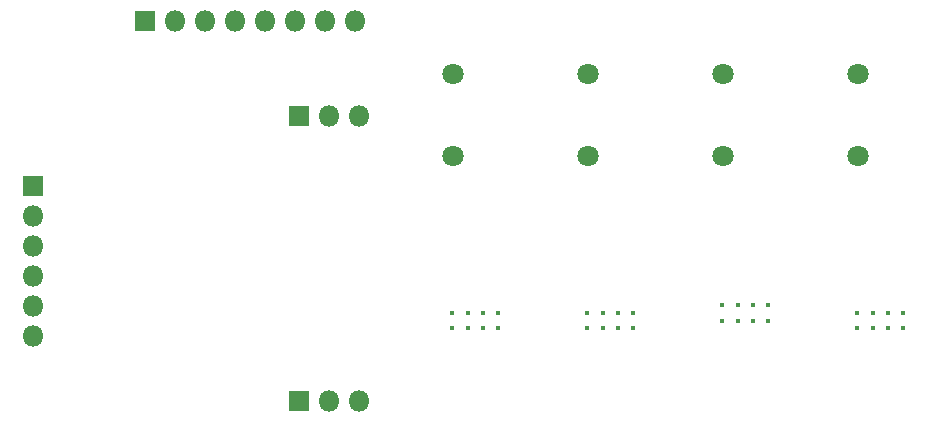
<source format=gbr>
%TF.GenerationSoftware,KiCad,Pcbnew,(5.1.6)-1*%
%TF.CreationDate,2020-09-27T21:03:48-07:00*%
%TF.ProjectId,piezodriver,7069657a-6f64-4726-9976-65722e6b6963,rev?*%
%TF.SameCoordinates,Original*%
%TF.FileFunction,Soldermask,Bot*%
%TF.FilePolarity,Negative*%
%FSLAX46Y46*%
G04 Gerber Fmt 4.6, Leading zero omitted, Abs format (unit mm)*
G04 Created by KiCad (PCBNEW (5.1.6)-1) date 2020-09-27 21:03:48*
%MOMM*%
%LPD*%
G01*
G04 APERTURE LIST*
%ADD10O,1.800000X1.800000*%
%ADD11R,1.800000X1.800000*%
%ADD12C,1.800000*%
%ADD13C,0.400000*%
G04 APERTURE END LIST*
D10*
%TO.C,J2*%
X173990000Y-81280000D03*
X173990000Y-78740000D03*
X173990000Y-76200000D03*
X173990000Y-73660000D03*
X173990000Y-71120000D03*
D11*
X173990000Y-68580000D03*
%TD*%
D12*
%TO.C,J8*%
X209550000Y-66095000D03*
X209550000Y-59095000D03*
%TD*%
%TO.C,J7*%
X243840000Y-66095000D03*
X243840000Y-59095000D03*
%TD*%
%TO.C,J6*%
X232410000Y-66095000D03*
X232410000Y-59095000D03*
%TD*%
%TO.C,J5*%
X220980000Y-66095000D03*
X220980000Y-59095000D03*
%TD*%
D13*
%TO.C,U6*%
X247695000Y-79360000D03*
X247695000Y-80660000D03*
X246395000Y-79360000D03*
X246395000Y-80660000D03*
X245095000Y-79360000D03*
X245095000Y-80660000D03*
X243795000Y-79360000D03*
X243795000Y-80660000D03*
%TD*%
%TO.C,U5*%
X236265000Y-78725000D03*
X236265000Y-80025000D03*
X234965000Y-78725000D03*
X234965000Y-80025000D03*
X233665000Y-78725000D03*
X233665000Y-80025000D03*
X232365000Y-78725000D03*
X232365000Y-80025000D03*
%TD*%
%TO.C,U4*%
X224835000Y-79360000D03*
X224835000Y-80660000D03*
X223535000Y-79360000D03*
X223535000Y-80660000D03*
X222235000Y-79360000D03*
X222235000Y-80660000D03*
X220935000Y-79360000D03*
X220935000Y-80660000D03*
%TD*%
%TO.C,U3*%
X213405000Y-79360000D03*
X213405000Y-80660000D03*
X212105000Y-79360000D03*
X212105000Y-80660000D03*
X210805000Y-79360000D03*
X210805000Y-80660000D03*
X209505000Y-79360000D03*
X209505000Y-80660000D03*
%TD*%
D10*
%TO.C,J4*%
X201295000Y-54610000D03*
X198755000Y-54610000D03*
X196215000Y-54610000D03*
X193675000Y-54610000D03*
X191135000Y-54610000D03*
X188595000Y-54610000D03*
X186055000Y-54610000D03*
D11*
X183515000Y-54610000D03*
%TD*%
D10*
%TO.C,J3*%
X201617580Y-86847680D03*
X199077580Y-86847680D03*
D11*
X196537580Y-86847680D03*
%TD*%
D10*
%TO.C,J1*%
X201617580Y-62717680D03*
X199077580Y-62717680D03*
D11*
X196537580Y-62717680D03*
%TD*%
M02*

</source>
